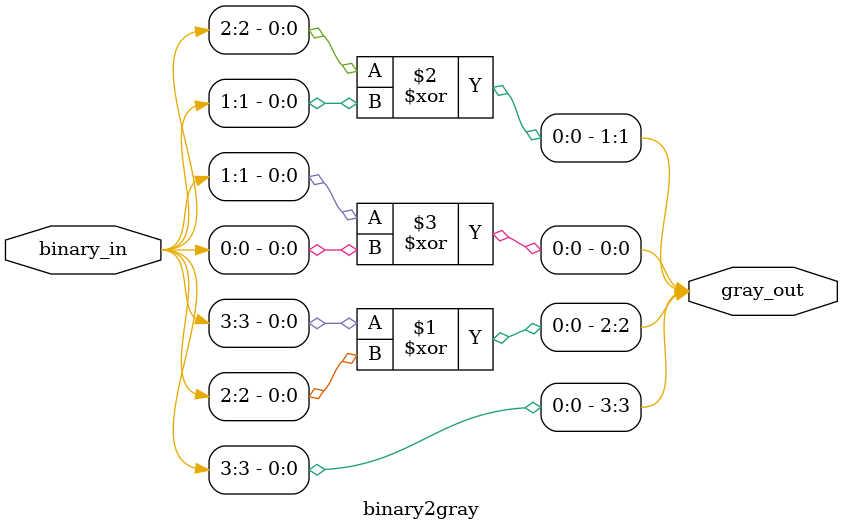
<source format=v>
`timescale 1ns / 1ps

module binary2gray(
    input [3:0] binary_in,
    output [3:0] gray_out
    );
    
    buf buf1(gray_out[3], binary_in[3]);
    xor xor1(gray_out[2], binary_in[3], binary_in[2]),
        xor2(gray_out[1], binary_in[2], binary_in[1]),
	    xor3(gray_out[0], binary_in[1], binary_in[0]);
	    
endmodule
</source>
